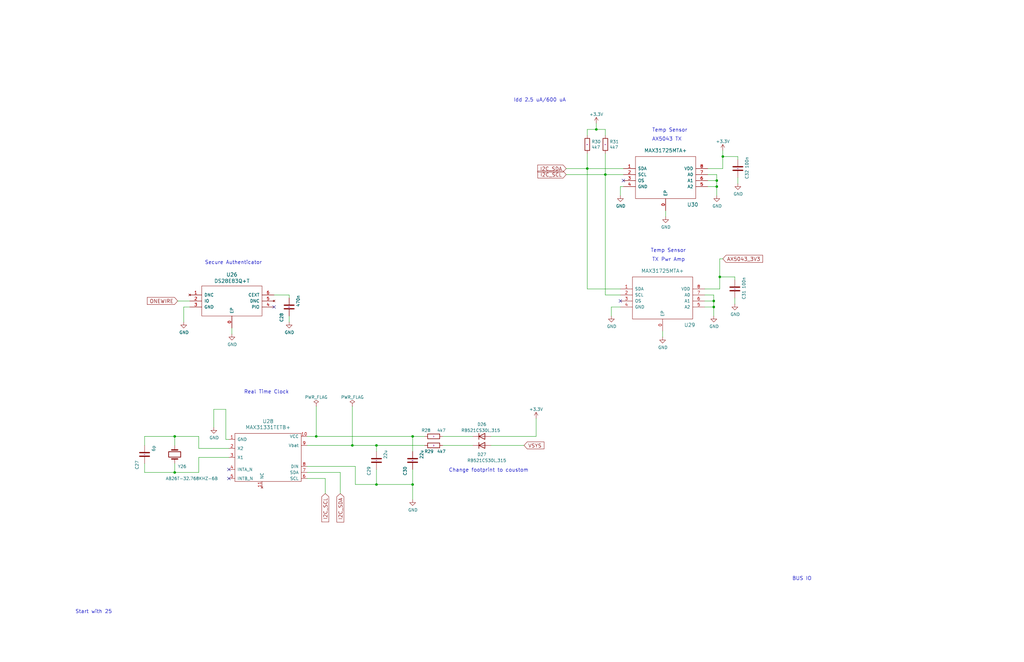
<source format=kicad_sch>
(kicad_sch (version 20230121) (generator eeschema)
  (paper "USLedger")
  (title_block (title "Radiation Tolerant PacSat Communication") (date "2023-06-17") (rev "1.1") (company "AMSAT-NA") (comment 1 "N5BRG"))
  (lib_symbols
    (symbol "Device:C" (pin_numbers hide) (pin_names (offset 0.254))
      (property "Reference" "C" (at 0.635 2.54 0))
      (property "Value" "C" (at 0.635 -2.54 0))
      (symbol "C_0_1"
        (polyline (pts (xy -2.032 -0.762) (xy 2.032 -0.762)) (stroke (width 0.508)))
        (polyline (pts (xy -2.032 0.762) (xy 2.032 0.762)) (stroke (width 0.508)))
      )
      (symbol "C_1_1"
        (pin passive line (at 0 3.81 270) (length 2.794) (name "~") (number "1"))
        (pin passive line (at 0 -3.81 90) (length 2.794) (name "~") (number "2"))
      )
    )
    (symbol "Device:Crystal" (pin_numbers hide) (pin_names (offset 1.016) hide)
      (property "Reference" "Y" (at 0 3.81 0))
      (property "Value" "Crystal" (at 0 -3.81 0))
      (symbol "Crystal_0_1"
        (rectangle (start -1.143 2.54) (end 1.143 -2.54) (stroke (width 0.3048)))
        (polyline (pts (xy -2.54 0) (xy -1.905 0)))
        (polyline (pts (xy -1.905 -1.27) (xy -1.905 1.27)) (stroke (width 0.508)))
        (polyline (pts (xy 1.905 -1.27) (xy 1.905 1.27)) (stroke (width 0.508)))
        (polyline (pts (xy 2.54 0) (xy 1.905 0)))
      )
      (symbol "Crystal_1_1"
        (pin passive line (at -3.81 0 0) (length 1.27) (name "1") (number "1"))
        (pin passive line (at 3.81 0 180) (length 1.27) (name "2") (number "2"))
      )
    )
    (symbol "Device:R" (pin_numbers hide) (pin_names (offset 0))
      (property "Reference" "R" (at 2.032 0 90))
      (property "Value" "R" (at 0 0 90))
      (symbol "R_0_1"
        (rectangle (start -1.016 -2.54) (end 1.016 2.54) (stroke (width 0.254)))
      )
      (symbol "R_1_1"
        (pin passive line (at 0 3.81 270) (length 1.27) (name "~") (number "1"))
        (pin passive line (at 0 -3.81 90) (length 1.27) (name "~") (number "2"))
      )
    )
    (symbol "Diode:1N914" (pin_numbers hide) (pin_names hide)
      (property "Reference" "D" (at 0 2.54 0))
      (property "Value" "1N914" (at 0 -2.54 0))
      (symbol "1N914_0_1"
        (polyline (pts (xy -1.27 1.27) (xy -1.27 -1.27)) (stroke (width 0.254)))
        (polyline (pts (xy 1.27 0) (xy -1.27 0)))
        (polyline (pts (xy 1.27 1.27) (xy 1.27 -1.27) (xy -1.27 0) (xy 1.27 1.27)) (stroke (width 0.254)))
      )
      (symbol "1N914_1_1"
        (pin passive line (at -3.81 0 0) (length 2.54) (name "K") (number "1"))
        (pin passive line (at 3.81 0 180) (length 2.54) (name "A") (number "2"))
      )
    )
    (symbol "PACSAT_ICs:DS28E83" (pin_names (offset 1.016))
      (property "Reference" "U26" (at 0 11.0998 0))
      (property "Value" "DS28E83" (at 0 8.4074 0))
      (symbol "DS28E83_0_1"
        (rectangle (start -12.7 6.35) (end 12.7 -6.35))
      )
      (symbol "DS28E83_1_1"
        (pin power_in line (at 0 -11.43 90) (length 5.08) (name "EP") (number "0"))
        (pin no_connect line (at -17.78 2.54 0) (length 5.08) (name "DNC") (number "1"))
        (pin bidirectional line (at -17.78 0 0) (length 5.08) (name "IO") (number "2"))
        (pin power_in line (at -17.78 -2.54 0) (length 5.08) (name "GND") (number "3"))
        (pin bidirectional line (at 17.78 -2.54 180) (length 5.08) (name "PIO") (number "4"))
        (pin no_connect line (at 17.78 0 180) (length 5.08) (name "DNC") (number "5"))
        (pin passive line (at 17.78 2.54 180) (length 5.08) (name "CEXT") (number "6"))
      )
    )
    (symbol "PACSAT_ICs:MAX31331" (pin_names (offset 1.016))
      (property "Reference" "U?" (at -1.27 14.9098 0))
      (property "Value" "MAX31331" (at -1.27 12.2174 0))
      (symbol "MAX31331_0_1"
        (rectangle (start -13.97 10.16) (end 13.97 -10.16))
      )
      (symbol "MAX31331_1_1"
        (pin power_in line (at -16.51 7.62 0) (length 2.54) (name "GND") (number "1"))
        (pin power_in line (at 16.51 8.89 180) (length 2.54) (name "VCC") (number "10"))
        (pin no_connect line (at -2.54 -12.7 90) (length 2.54) (name "NC") (number "11"))
        (pin input line (at -16.51 3.81 0) (length 2.54) (name "X2") (number "2"))
        (pin input line (at -16.51 0 0) (length 2.54) (name "X1") (number "3"))
        (pin open_collector line (at -16.51 -5.08 0) (length 2.54) (name "INTA_N") (number "4"))
        (pin open_collector line (at -16.51 -8.89 0) (length 2.54) (name "INTB_N") (number "5"))
        (pin input line (at 16.51 -8.89 180) (length 2.54) (name "SCL") (number "6"))
        (pin tri_state line (at 16.51 -6.35 180) (length 2.54) (name "SDA") (number "7"))
        (pin input line (at 16.51 -3.81 180) (length 2.54) (name "DIN") (number "8"))
        (pin power_in line (at 16.51 5.08 180) (length 2.54) (name "Vbat") (number "9"))
      )
    )
    (symbol "PACSAT_ICs:MAX31725" (pin_names (offset 1.016))
      (property "Reference" "U29" (at 11.43 -11.43 0))
      (property "Value" "MAX31725" (at 0 11.43 0))
      (symbol "MAX31725_0_1"
        (rectangle (start -12.7 8.89) (end 12.7 -8.89))
      )
      (symbol "MAX31725_1_1"
        (pin input line (at 0 -13.97 90) (length 5.08) (name "EP") (number "0"))
        (pin input line (at -17.78 3.81 0) (length 5.08) (name "SDA") (number "1"))
        (pin input line (at -17.78 1.27 0) (length 5.08) (name "SCL") (number "2"))
        (pin input line (at -17.78 -1.27 0) (length 5.08) (name "OS") (number "3"))
        (pin input line (at -17.78 -3.81 0) (length 5.08) (name "GND") (number "4"))
        (pin input line (at 17.78 -3.81 180) (length 5.08) (name "A2") (number "5"))
        (pin input line (at 17.78 -1.27 180) (length 5.08) (name "A1") (number "6"))
        (pin input line (at 17.78 1.27 180) (length 5.08) (name "A0") (number "7"))
        (pin input line (at 17.78 3.81 180) (length 5.08) (name "VDD") (number "8"))
      )
    )
    (symbol "power:+3.3V" (power) (pin_names (offset 0))
      (property "Value" "+3.3V" (at 0 3.556 0))
      (symbol "+3.3V_0_1"
        (polyline (pts (xy -0.762 1.27) (xy 0 2.54)))
        (polyline (pts (xy 0 0) (xy 0 2.54)))
        (polyline (pts (xy 0 2.54) (xy 0.762 1.27)))
      )
      (symbol "+3.3V_1_1"
        (pin power_in line (at 0 0 90) (length 0) hide (name "+3.3V") (number "1"))
      )
    )
    (symbol "power:GND" (power) (pin_names (offset 0))
      (property "Value" "GND" (at 0 -3.81 0))
      (symbol "GND_0_1"
        (polyline (pts (xy 0 0) (xy 0 -1.27) (xy 1.27 -1.27) (xy 0 -2.54) (xy -1.27 -1.27) (xy 0 -1.27)))
      )
      (symbol "GND_1_1"
        (pin power_in line (at 0 0 270) (length 0) hide (name "GND") (number "1"))
      )
    )
    (symbol "power:PWR_FLAG" (power) (pin_numbers hide) (pin_names (offset 0) hide)
      (property "Value" "PWR_FLAG" (at 0 3.81 0))
      (symbol "PWR_FLAG_0_0"
        (pin power_out line (at 0 0 90) (length 0) (name "pwr") (number "1"))
      )
      (symbol "PWR_FLAG_0_1"
        (polyline (pts (xy 0 0) (xy 0 1.27) (xy -1.016 1.905) (xy 0 2.54) (xy 1.016 1.905) (xy 0 1.27)))
      )
    )
  )
  (junction (at 300.99 129.54))
  (junction (at 73.66 184.15))
  (junction (at 255.27 73.66))
  (junction (at 302.26 76.2))
  (junction (at 251.46 54.61))
  (junction (at 247.65 71.12))
  (junction (at 133.35 184.15))
  (junction (at 303.53 116.84))
  (junction (at 148.59 187.96))
  (junction (at 158.75 204.47))
  (junction (at 304.8 66.04))
  (junction (at 73.66 199.39))
  (junction (at 300.99 127))
  (junction (at 158.75 187.96))
  (junction (at 302.26 78.74))
  (junction (at 173.99 184.15))
  (junction (at 173.99 204.47))
  (no_connect (at 261.62 127))
  (no_connect (at 262.89 76.2))
  (no_connect (at 96.52 198.12))
  (no_connect (at 115.57 129.54))
  (no_connect (at 96.52 201.93))
  (wire (pts (xy 302.26 78.74) (xy 302.26 82.55)))
  (wire (pts (xy 247.65 57.15) (xy 247.65 54.61)))
  (wire (pts (xy 186.69 187.96) (xy 199.39 187.96)))
  (wire (pts (xy 261.62 129.54) (xy 257.81 129.54)))
  (wire (pts (xy 251.46 54.61) (xy 251.46 52.07)))
  (wire (pts (xy 137.16 201.93) (xy 137.16 208.28)))
  (wire (pts (xy 60.96 184.15) (xy 73.66 184.15)))
  (wire (pts (xy 255.27 124.46) (xy 261.62 124.46)))
  (wire (pts (xy 133.35 171.45) (xy 133.35 184.15)))
  (wire (pts (xy 255.27 54.61) (xy 255.27 57.15)))
  (wire (pts (xy 60.96 199.39) (xy 73.66 199.39)))
  (wire (pts (xy 303.53 116.84) (xy 303.53 121.92)))
  (wire (pts (xy 129.54 184.15) (xy 133.35 184.15)))
  (wire (pts (xy 83.82 193.04) (xy 96.52 193.04)))
  (wire (pts (xy 96.52 185.42) (xy 95.25 185.42)))
  (wire (pts (xy 129.54 187.96) (xy 148.59 187.96)))
  (wire (pts (xy 303.53 116.84) (xy 309.88 116.84)))
  (wire (pts (xy 115.57 124.46) (xy 121.92 124.46)))
  (wire (pts (xy 73.66 199.39) (xy 83.82 199.39)))
  (wire (pts (xy 261.62 78.74) (xy 261.62 82.55)))
  (wire (pts (xy 129.54 199.39) (xy 143.51 199.39)))
  (wire (pts (xy 311.15 74.93) (xy 311.15 77.47)))
  (wire (pts (xy 73.66 187.96) (xy 73.66 184.15)))
  (wire (pts (xy 300.99 129.54) (xy 297.18 129.54)))
  (wire (pts (xy 247.65 71.12) (xy 262.89 71.12)))
  (wire (pts (xy 173.99 204.47) (xy 173.99 210.82)))
  (wire (pts (xy 149.86 204.47) (xy 158.75 204.47)))
  (wire (pts (xy 90.17 172.72) (xy 90.17 180.34)))
  (wire (pts (xy 303.53 109.22) (xy 303.53 116.84)))
  (wire (pts (xy 238.76 71.12) (xy 247.65 71.12)))
  (wire (pts (xy 129.54 201.93) (xy 137.16 201.93)))
  (wire (pts (xy 311.15 66.04) (xy 311.15 67.31)))
  (wire (pts (xy 186.69 184.15) (xy 199.39 184.15)))
  (wire (pts (xy 309.88 116.84) (xy 309.88 118.11)))
  (wire (pts (xy 95.25 172.72) (xy 90.17 172.72)))
  (wire (pts (xy 173.99 184.15) (xy 179.07 184.15)))
  (wire (pts (xy 158.75 204.47) (xy 173.99 204.47)))
  (wire (pts (xy 121.92 133.35) (xy 121.92 135.89)))
  (wire (pts (xy 238.76 73.66) (xy 255.27 73.66)))
  (wire (pts (xy 148.59 187.96) (xy 158.75 187.96)))
  (wire (pts (xy 158.75 187.96) (xy 179.07 187.96)))
  (wire (pts (xy 247.65 54.61) (xy 251.46 54.61)))
  (wire (pts (xy 300.99 127) (xy 300.99 129.54)))
  (wire (pts (xy 298.45 76.2) (xy 302.26 76.2)))
  (wire (pts (xy 247.65 121.92) (xy 261.62 121.92)))
  (wire (pts (xy 251.46 54.61) (xy 255.27 54.61)))
  (wire (pts (xy 303.53 121.92) (xy 297.18 121.92)))
  (wire (pts (xy 158.75 187.96) (xy 158.75 190.5)))
  (wire (pts (xy 60.96 195.58) (xy 60.96 199.39)))
  (wire (pts (xy 97.79 138.43) (xy 97.79 140.97)))
  (wire (pts (xy 257.81 129.54) (xy 257.81 133.35)))
  (wire (pts (xy 302.26 73.66) (xy 302.26 76.2)))
  (wire (pts (xy 173.99 184.15) (xy 173.99 190.5)))
  (wire (pts (xy 158.75 198.12) (xy 158.75 204.47)))
  (wire (pts (xy 77.47 129.54) (xy 77.47 135.89)))
  (wire (pts (xy 83.82 184.15) (xy 83.82 189.23)))
  (wire (pts (xy 255.27 73.66) (xy 255.27 124.46)))
  (wire (pts (xy 302.26 76.2) (xy 302.26 78.74)))
  (wire (pts (xy 247.65 71.12) (xy 247.65 121.92)))
  (wire (pts (xy 60.96 187.96) (xy 60.96 184.15)))
  (wire (pts (xy 83.82 193.04) (xy 83.82 199.39)))
  (wire (pts (xy 304.8 66.04) (xy 304.8 71.12)))
  (wire (pts (xy 83.82 189.23) (xy 96.52 189.23)))
  (wire (pts (xy 304.8 63.5) (xy 304.8 66.04)))
  (wire (pts (xy 133.35 184.15) (xy 173.99 184.15)))
  (wire (pts (xy 80.01 129.54) (xy 77.47 129.54)))
  (wire (pts (xy 247.65 64.77) (xy 247.65 71.12)))
  (wire (pts (xy 280.67 88.9) (xy 280.67 91.44)))
  (wire (pts (xy 255.27 64.77) (xy 255.27 73.66)))
  (wire (pts (xy 143.51 199.39) (xy 143.51 208.28)))
  (wire (pts (xy 73.66 184.15) (xy 83.82 184.15)))
  (wire (pts (xy 74.93 127) (xy 80.01 127)))
  (wire (pts (xy 121.92 124.46) (xy 121.92 125.73)))
  (wire (pts (xy 304.8 109.22) (xy 303.53 109.22)))
  (wire (pts (xy 300.99 129.54) (xy 300.99 133.35)))
  (wire (pts (xy 149.86 196.85) (xy 149.86 204.47)))
  (wire (pts (xy 148.59 171.45) (xy 148.59 187.96)))
  (wire (pts (xy 173.99 204.47) (xy 173.99 198.12)))
  (wire (pts (xy 279.4 139.7) (xy 279.4 142.24)))
  (wire (pts (xy 262.89 78.74) (xy 261.62 78.74)))
  (wire (pts (xy 297.18 127) (xy 300.99 127)))
  (wire (pts (xy 73.66 195.58) (xy 73.66 199.39)))
  (wire (pts (xy 304.8 71.12) (xy 298.45 71.12)))
  (wire (pts (xy 255.27 73.66) (xy 262.89 73.66)))
  (wire (pts (xy 309.88 125.73) (xy 309.88 128.27)))
  (wire (pts (xy 304.8 66.04) (xy 311.15 66.04)))
  (wire (pts (xy 226.06 184.15) (xy 226.06 176.53)))
  (wire (pts (xy 298.45 73.66) (xy 302.26 73.66)))
  (wire (pts (xy 129.54 196.85) (xy 149.86 196.85)))
  (wire (pts (xy 297.18 124.46) (xy 300.99 124.46)))
  (wire (pts (xy 95.25 185.42) (xy 95.25 172.72)))
  (wire (pts (xy 207.01 184.15) (xy 226.06 184.15)))
  (wire (pts (xy 207.01 187.96) (xy 220.98 187.96)))
  (wire (pts (xy 300.99 124.46) (xy 300.99 127)))
  (wire (pts (xy 302.26 78.74) (xy 298.45 78.74)))
  (text "TX Pwr Amp" (at 274.955 110.49 0) (effects (font (size 1.524 1.524)) (justify left bottom)))
  (text "Temp Sensor" (at 274.32 106.68 0) (effects (font (size 1.524 1.524)) (justify left bottom)))
  (text "BUS IO" (at 334.01 245.11 0) (effects (font (size 1.524 1.524)) (justify left bottom)))
  (text "Change footprint to coustom" (at 189.23 199.39 0) (effects (font (size 1.524 1.524)) (justify left bottom)))
  (text "Idd 2.5 uA/600 uA" (at 216.535 43.18 0) (effects (font (size 1.524 1.524)) (justify left bottom)))
  (text "Start with 25" (at 31.75 259.08 0) (effects (font (size 1.524 1.524)) (justify left bottom)))
  (text "Temp Sensor" (at 274.955 55.88 0) (effects (font (size 1.524 1.524)) (justify left bottom)))
  (text "AX5043 TX" (at 274.955 59.69 0) (effects (font (size 1.524 1.524)) (justify left bottom)))
  (text "Secure Authenticator" (at 86.36 111.76 0) (effects (font (size 1.524 1.524)) (justify left bottom)))
  (text "Real Time Clock" (at 102.87 166.37 0) (effects (font (size 1.524 1.524)) (justify left bottom)))
  (global_label "I2C_SCL" (shape input) (at 137.16 208.28 270) (effects (font (size 1.524 1.524))) (property "Intersheetrefs" "${INTERSHEET_REFS}" (effects hide)))
  (global_label "AX5043_3V3" (shape input) (at 304.8 109.22 0) (effects (font (size 1.524 1.524))) (property "Intersheetrefs" "${INTERSHEET_REFS}" (effects hide)))
  (global_label "ONEWIRE" (shape input) (at 74.93 127 180) (effects (font (size 1.524 1.524))) (property "Intersheetrefs" "${INTERSHEET_REFS}" (effects hide)))
  (global_label "I2C_SDA" (shape input) (at 143.51 208.28 270) (effects (font (size 1.524 1.524))) (property "Intersheetrefs" "${INTERSHEET_REFS}" (effects hide)))
  (global_label "I2C_SDA" (shape input) (at 238.76 71.12 180) (effects (font (size 1.524 1.524))) (property "Intersheetrefs" "${INTERSHEET_REFS}" (effects hide)))
  (global_label "VSYS" (shape input) (at 220.98 187.96 0) (effects (font (size 1.524 1.524))) (property "Intersheetrefs" "${INTERSHEET_REFS}" (effects hide)))
  (global_label "I2C_SCL" (shape input) (at 238.76 73.66 180) (effects (font (size 1.524 1.524))) (property "Intersheetrefs" "${INTERSHEET_REFS}" (effects hide)))
  (symbol (lib_id "PACSAT_ICs:MAX31725") (at 280.67 74.93 0) (unit 1)
    (property "Reference" "U30" (at 292.1 86.36 0) (effects (font (size 1.524 1.524))))
    (property "Value" "MAX31725MTA+" (at 280.67 63.5 0) (effects (font (size 1.524 1.524))))
    (property "Footprint" "PacSatDev_maxim:TDFN_T833_2" (effects hide))
  )
  (symbol (lib_id "power:GND") (at 261.62 82.55 0) (unit 1)
    (property "Reference" "#PWR050" (effects hide))
    (property "Value" "GND" (at 261.747 86.9442 0))
  )
  (symbol (lib_id "power:GND") (at 302.26 82.55 0) (unit 1)
    (property "Reference" "#PWR061" (effects hide))
    (property "Value" "GND" (at 302.387 86.9442 0))
  )
  (symbol (lib_id "power:GND") (at 280.67 91.44 0) (unit 1)
    (property "Reference" "#PWR058" (effects hide))
    (property "Value" "GND" (at 280.797 95.8342 0))
  )
  (symbol (lib_id "Device:R") (at 255.27 60.96 0) (unit 1)
    (property "Reference" "R31" (at 257.048 59.7916 0) (effects (justify left)))
    (property "Value" "4k7" (at 257.048 62.103 0) (effects (justify left)))
    (property "Footprint" "Resistor_SMD:R_0603_1608Metric_Pad0.98x0.95mm_HandSolder" (effects hide))
    (property "Datasheet" "~" (at 255.27 60.96 0))
  )
  (symbol (lib_id "Device:R") (at 247.65 60.96 0) (unit 1)
    (property "Reference" "R30" (at 249.428 59.7916 0) (effects (justify left)))
    (property "Value" "4k7" (at 249.428 62.103 0) (effects (justify left)))
    (property "Footprint" "Resistor_SMD:R_0603_1608Metric_Pad0.98x0.95mm_HandSolder" (effects hide))
    (property "Datasheet" "~" (at 247.65 60.96 0))
  )
  (symbol (lib_id "Device:C") (at 311.15 71.12 0) (unit 1)
    (property "Reference" "C32" (at 314.96 73.66 90))
    (property "Value" "100n" (at 314.96 68.58 90))
    (property "Footprint" "Capacitor_SMD:C_0603_1608Metric_Pad1.08x0.95mm_HandSolder" (effects hide))
    (property "Datasheet" "~" (at 311.15 71.12 0))
  )
  (symbol (lib_id "power:GND") (at 311.15 77.47 0) (unit 1)
    (property "Reference" "#PWR069" (effects hide))
    (property "Value" "GND" (at 311.277 81.8642 0))
  )
  (symbol (lib_id "PACSAT_ICs:DS28E83") (at 97.79 127 0) (unit 1)
    (property "Reference" "U26" (at 97.79 115.9002 0) (effects (font (size 1.524 1.524))))
    (property "Value" "DS28E83Q+T" (at 97.79 118.5926 0) (effects (font (size 1.524 1.524))))
    (property "Footprint" "PacSatDev_maxim:TDFN_T633_2" (effects hide))
  )
  (symbol (lib_id "power:GND") (at 77.47 135.89 0) (unit 1)
    (property "Reference" "#PWR037" (effects hide))
    (property "Value" "GND" (at 77.597 140.2842 0))
  )
  (symbol (lib_id "power:GND") (at 97.79 140.97 0) (unit 1)
    (property "Reference" "#PWR040" (effects hide))
    (property "Value" "GND" (at 97.917 145.3642 0))
  )
  (symbol (lib_id "Device:C") (at 121.92 129.54 0) (unit 1)
    (property "Reference" "C28" (at 118.745 133.985 90))
    (property "Value" "470n" (at 125.73 127 90))
    (property "Footprint" "Capacitor_SMD:C_0603_1608Metric_Pad1.08x0.95mm_HandSolder" (effects hide))
    (property "Datasheet" "~" (at 121.92 129.54 0))
  )
  (symbol (lib_id "power:GND") (at 121.92 135.89 0) (unit 1)
    (property "Reference" "#PWR042" (effects hide))
    (property "Value" "GND" (at 122.047 140.2842 0))
  )
  (symbol (lib_id "Device:C") (at 158.75 194.31 0) (unit 1)
    (property "Reference" "C29" (at 155.575 198.755 90))
    (property "Value" "22u" (at 162.56 191.77 90))
    (property "Footprint" "Capacitor_SMD:C_0603_1608Metric_Pad1.08x0.95mm_HandSolder" (effects hide))
    (property "Datasheet" "~" (at 158.75 194.31 0))
  )
  (symbol (lib_id "power:+3.3V") (at 304.8 63.5 0) (unit 1)
    (property "Reference" "#PWR067" (effects hide))
    (property "Value" "+3.3V" (at 304.8 59.69 0))
  )
  (symbol (lib_id "power:+3.3V") (at 251.46 52.07 0) (unit 1)
    (property "Reference" "#PWR046" (effects hide))
    (property "Value" "+3.3V" (at 251.46 48.26 0))
  )
  (symbol (lib_id "power:PWR_FLAG") (at 133.35 171.45 0) (unit 1)
    (property "Reference" "#FLG026" (effects hide))
    (property "Value" "PWR_FLAG" (at 133.35 167.64 0))
  )
  (symbol (lib_id "power:GND") (at 309.88 128.27 0) (unit 1)
    (property "Reference" "#PWR068" (effects hide))
    (property "Value" "GND" (at 310.007 132.6642 0))
  )
  (symbol (lib_id "power:GND") (at 279.4 142.24 0) (unit 1)
    (property "Reference" "#PWR051" (effects hide))
    (property "Value" "GND" (at 279.527 146.6342 0))
  )
  (symbol (lib_id "power:GND") (at 173.99 210.82 0) (unit 1)
    (property "Reference" "#PWR044" (effects hide))
    (property "Value" "GND" (at 174.117 215.2142 0))
  )
  (symbol (lib_id "power:GND") (at 90.17 180.34 0) (unit 1)
    (property "Reference" "#PWR039" (effects hide))
    (property "Value" "GND" (at 90.297 184.7342 0))
  )
  (symbol (lib_id "Device:R") (at 182.88 184.15 90) (unit 1)
    (property "Reference" "R28" (at 181.61 181.61 90) (effects (justify left)))
    (property "Value" "4k7" (at 187.96 181.61 90) (effects (justify left)))
    (property "Footprint" "Resistor_SMD:R_0603_1608Metric_Pad0.98x0.95mm_HandSolder" (effects hide))
    (property "Datasheet" "~" (at 182.88 184.15 0))
  )
  (symbol (lib_id "PACSAT_ICs:MAX31331") (at 113.03 193.04 0) (unit 1)
    (property "Reference" "U28" (at 113.03 177.8 0) (effects (font (size 1.524 1.524))))
    (property "Value" "MAX31331TETB+" (at 113.03 180.34 0) (effects (font (size 1.524 1.524))))
    (property "Footprint" "Package_DFN_QFN:TDFN-10-1EP_2x3mm_P0.5mm_EP0.9x2mm" (effects hide))
  )
  (symbol (lib_id "power:GND") (at 300.99 133.35 0) (unit 1)
    (property "Reference" "#PWR060" (effects hide))
    (property "Value" "GND" (at 301.117 137.7442 0))
  )
  (symbol (lib_id "PACSAT_ICs:MAX31725") (at 279.4 125.73 0) (unit 1)
    (property "Reference" "U29" (at 290.83 137.16 0) (effects (font (size 1.524 1.524))))
    (property "Value" "MAX31725MTA+" (at 279.4 114.3 0) (effects (font (size 1.524 1.524))))
    (property "Footprint" "PacSatDev_maxim:TDFN_T833_2" (effects hide))
  )
  (symbol (lib_id "Device:C") (at 173.99 194.31 0) (unit 1)
    (property "Reference" "C30" (at 170.815 198.755 90))
    (property "Value" "22u" (at 177.8 191.77 90))
    (property "Footprint" "Capacitor_SMD:C_0603_1608Metric_Pad1.08x0.95mm_HandSolder" (effects hide))
    (property "Datasheet" "~" (at 173.99 194.31 0))
  )
  (symbol (lib_id "Device:Crystal") (at 73.66 191.77 270) (unit 1)
    (property "Reference" "Y26" (at 74.93 196.85 90) (effects (justify left)))
    (property "Value" "AB26T-32.768KHZ-6B" (at 69.85 201.93 90) (effects (justify left)))
    (property "Footprint" "Crystal:Crystal_AT310_D3.0mm_L10.0mm_Horizontal" (effects hide))
  )
  (symbol (lib_id "Diode:1N914") (at 203.2 184.15 0) (unit 1)
    (property "Reference" "D26" (at 203.2 179.07 0))
    (property "Value" "RB521CS30L,315 " (at 203.2 181.61 0))
    (property "Footprint" "Diode_SMD:D_0603_1608Metric" (effects hide))
    (property "Datasheet" "http://www.vishay.com/docs/85622/1n914.pdf" (effects hide))
    (property "Sim.Device" "D" (effects hide))
    (property "Sim.Pins" "1=K 2=A" (effects hide))
  )
  (symbol (lib_id "Device:R") (at 182.88 187.96 90) (unit 1)
    (property "Reference" "R29" (at 182.88 190.5 90) (effects (justify left)))
    (property "Value" "4k7" (at 187.96 190.5 90) (effects (justify left)))
    (property "Footprint" "Resistor_SMD:R_0603_1608Metric_Pad0.98x0.95mm_HandSolder" (effects hide))
    (property "Datasheet" "~" (at 182.88 187.96 0))
  )
  (symbol (lib_id "power:GND") (at 257.81 133.35 0) (unit 1)
    (property "Reference" "#PWR047" (effects hide))
    (property "Value" "GND" (at 257.937 137.7442 0))
  )
  (symbol (lib_id "power:+3.3V") (at 226.06 176.53 0) (unit 1)
    (property "Reference" "#PWR045" (effects hide))
    (property "Value" "+3.3V" (at 226.06 172.72 0))
  )
  (symbol (lib_id "power:PWR_FLAG") (at 148.59 171.45 0) (unit 1)
    (property "Reference" "#FLG027" (effects hide))
    (property "Value" "PWR_FLAG" (at 148.59 167.64 0))
  )
  (symbol (lib_id "Device:C") (at 60.96 191.77 0) (unit 1)
    (property "Reference" "C27" (at 57.785 196.215 90))
    (property "Value" "6p" (at 64.77 189.23 90))
    (property "Footprint" "Capacitor_SMD:C_0603_1608Metric_Pad1.08x0.95mm_HandSolder" (effects hide))
    (property "Datasheet" "~" (at 60.96 191.77 0))
  )
  (symbol (lib_id "Diode:1N914") (at 203.2 187.96 0) (unit 1)
    (property "Reference" "D27" (at 203.2 191.77 0))
    (property "Value" "RB521CS30L,315 " (at 205.74 194.31 0))
    (property "Footprint" "Diode_SMD:D_0603_1608Metric" (effects hide))
    (property "Datasheet" "http://www.vishay.com/docs/85622/1n914.pdf" (effects hide))
    (property "Sim.Device" "D" (effects hide))
    (property "Sim.Pins" "1=K 2=A" (effects hide))
  )
  (symbol (lib_id "Device:C") (at 309.88 121.92 0) (unit 1)
    (property "Reference" "C31" (at 313.69 124.46 90))
    (property "Value" "100n" (at 313.69 119.38 90))
    (property "Footprint" "Capacitor_SMD:C_0603_1608Metric_Pad1.08x0.95mm_HandSolder" (effects hide))
    (property "Datasheet" "~" (at 309.88 121.92 0))
  )
)
</source>
